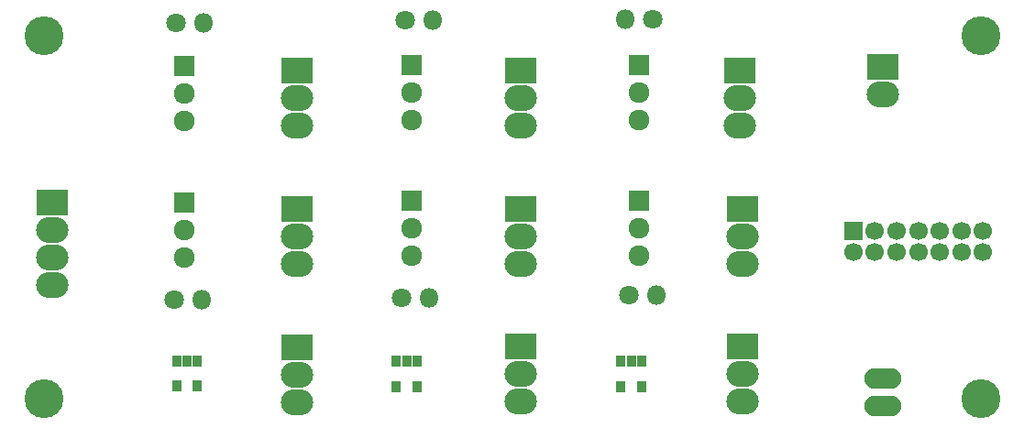
<source format=gbr>
G04 #@! TF.GenerationSoftware,KiCad,Pcbnew,(5.0.0)*
G04 #@! TF.CreationDate,2018-08-01T11:46:43+01:00*
G04 #@! TF.ProjectId,blanking,626C616E6B696E672E6B696361645F70,rev?*
G04 #@! TF.SameCoordinates,Original*
G04 #@! TF.FileFunction,Soldermask,Top*
G04 #@! TF.FilePolarity,Negative*
%FSLAX46Y46*%
G04 Gerber Fmt 4.6, Leading zero omitted, Abs format (unit mm)*
G04 Created by KiCad (PCBNEW (5.0.0)) date 08/01/18 11:46:43*
%MOMM*%
%LPD*%
G01*
G04 APERTURE LIST*
%ADD10R,3.000000X2.400000*%
%ADD11O,3.000000X2.400000*%
%ADD12R,0.910000X1.100000*%
%ADD13R,1.700000X1.700000*%
%ADD14C,1.700000*%
%ADD15O,3.410000X1.910000*%
%ADD16C,1.920000*%
%ADD17R,1.920000X1.920000*%
%ADD18C,1.800000*%
%ADD19O,1.800000X1.800000*%
%ADD20C,3.600000*%
G04 APERTURE END LIST*
D10*
G04 #@! TO.C,J8_Green_Enab*
X242450000Y-61275000D03*
D11*
X242450000Y-63815000D03*
X242450000Y-66355000D03*
G04 #@! TD*
D10*
G04 #@! TO.C,J12_green_blank*
X242200000Y-48525000D03*
D11*
X242200000Y-51065000D03*
X242200000Y-53605000D03*
G04 #@! TD*
D12*
G04 #@! TO.C,U2*
X212400000Y-75365000D03*
X211450000Y-75365000D03*
X210500000Y-75365000D03*
X210500000Y-77685000D03*
X212400000Y-77685000D03*
G04 #@! TD*
D10*
G04 #@! TO.C,J1_Blue_enab*
X201350000Y-74075000D03*
D11*
X201350000Y-76615000D03*
X201350000Y-79155000D03*
G04 #@! TD*
D10*
G04 #@! TO.C,J2_Green_PWM*
X242450000Y-74025000D03*
D11*
X242450000Y-76565000D03*
X242450000Y-79105000D03*
G04 #@! TD*
D10*
G04 #@! TO.C,J3_Red_PWM*
X221950000Y-74025000D03*
D11*
X221950000Y-76565000D03*
X221950000Y-79105000D03*
G04 #@! TD*
D13*
G04 #@! TO.C,J5*
X252700000Y-63275000D03*
D14*
X254700000Y-63275000D03*
X256700000Y-63275000D03*
X258700000Y-63275000D03*
X260700000Y-63275000D03*
X262700000Y-63275000D03*
X264700000Y-63275000D03*
X252700000Y-65275000D03*
X254700000Y-65275000D03*
X256700000Y-65275000D03*
X258700000Y-65275000D03*
X260700000Y-65275000D03*
X262700000Y-65275000D03*
X264700000Y-65275000D03*
G04 #@! TD*
D10*
G04 #@! TO.C,J6_Blue_Enab*
X201350000Y-61275000D03*
D11*
X201350000Y-63815000D03*
X201350000Y-66355000D03*
G04 #@! TD*
D10*
G04 #@! TO.C,J7_Red_enab*
X221950000Y-61275000D03*
D11*
X221950000Y-63815000D03*
X221950000Y-66355000D03*
G04 #@! TD*
D10*
G04 #@! TO.C,J9*
X255400000Y-48175000D03*
D11*
X255400000Y-50715000D03*
G04 #@! TD*
D10*
G04 #@! TO.C,J10_red_blank*
X221950000Y-48525000D03*
D11*
X221950000Y-51065000D03*
X221950000Y-53605000D03*
G04 #@! TD*
D10*
G04 #@! TO.C,J11_blue_blank*
X201350000Y-48475000D03*
D11*
X201350000Y-51015000D03*
X201350000Y-53555000D03*
G04 #@! TD*
D10*
G04 #@! TO.C,J13*
X178750000Y-60675000D03*
D11*
X178750000Y-63215000D03*
X178750000Y-65755000D03*
X178750000Y-68295000D03*
G04 #@! TD*
D15*
G04 #@! TO.C,J14_inv_vcc*
X255450000Y-79525000D03*
X255450000Y-76985000D03*
G04 #@! TD*
D16*
G04 #@! TO.C,Q1*
X232950000Y-63065000D03*
X232950000Y-65605000D03*
D17*
X232950000Y-60525000D03*
G04 #@! TD*
D16*
G04 #@! TO.C,Q2*
X190950000Y-63215000D03*
X190950000Y-65755000D03*
D17*
X190950000Y-60675000D03*
G04 #@! TD*
D16*
G04 #@! TO.C,Q3*
X211950000Y-63065000D03*
X211950000Y-65605000D03*
D17*
X211950000Y-60525000D03*
G04 #@! TD*
D16*
G04 #@! TO.C,Q4*
X232950000Y-50565000D03*
X232950000Y-53105000D03*
D17*
X232950000Y-48025000D03*
G04 #@! TD*
D16*
G04 #@! TO.C,Q5*
X211950000Y-50565000D03*
X211950000Y-53105000D03*
D17*
X211950000Y-48025000D03*
G04 #@! TD*
D16*
G04 #@! TO.C,Q6*
X190950000Y-50615000D03*
X190950000Y-53155000D03*
D17*
X190950000Y-48075000D03*
G04 #@! TD*
D18*
G04 #@! TO.C,R1 270*
X189950000Y-69675000D03*
D19*
X192490000Y-69675000D03*
G04 #@! TD*
D18*
G04 #@! TO.C,R2 270*
X210950000Y-69525000D03*
D19*
X213490000Y-69525000D03*
G04 #@! TD*
D18*
G04 #@! TO.C,R3 270*
X231950000Y-69275000D03*
D19*
X234490000Y-69275000D03*
G04 #@! TD*
D18*
G04 #@! TO.C,R4 270*
X234200000Y-43775000D03*
D19*
X231660000Y-43775000D03*
G04 #@! TD*
D18*
G04 #@! TO.C,R5 270*
X190150000Y-44075000D03*
D19*
X192690000Y-44075000D03*
G04 #@! TD*
D18*
G04 #@! TO.C,R6 270*
X211350000Y-43875000D03*
D19*
X213890000Y-43875000D03*
G04 #@! TD*
D12*
G04 #@! TO.C,U1*
X192100000Y-75315000D03*
X191150000Y-75315000D03*
X190200000Y-75315000D03*
X190200000Y-77635000D03*
X192100000Y-77635000D03*
G04 #@! TD*
G04 #@! TO.C,U3*
X233150000Y-75365000D03*
X232200000Y-75365000D03*
X231250000Y-75365000D03*
X231250000Y-77685000D03*
X233150000Y-77685000D03*
G04 #@! TD*
D20*
G04 #@! TO.C,REF\002A\002A*
X177950000Y-45275000D03*
G04 #@! TD*
G04 #@! TO.C,REF\002A\002A*
X177950000Y-78775000D03*
G04 #@! TD*
G04 #@! TO.C,REF\002A\002A*
X264450000Y-45275000D03*
G04 #@! TD*
G04 #@! TO.C,REF\002A\002A*
X264450000Y-78775000D03*
G04 #@! TD*
M02*

</source>
